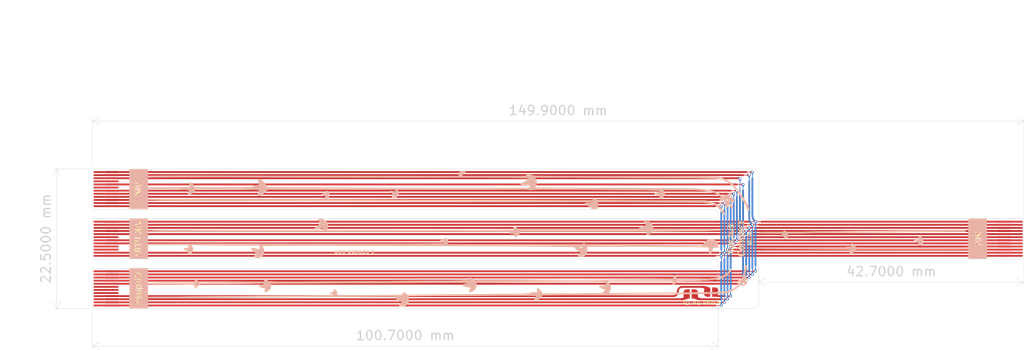
<source format=kicad_pcb>
(kicad_pcb (version 20241229) (generator "pcbnew") (generator_version "9.0")
  (title_block (title "Cactus Connector") (rev "v0.1"))
  (layers (0 "F.Cu" signal) (2 "B.Cu" signal) (13 "F.Paste" user) (15 "B.Paste" user) (5 "F.SilkS" user "F.Silkscreen") (7 "B.SilkS" user "B.Silkscreen") (1 "F.Mask" user) (3 "B.Mask" user) (25 "Edge.Cuts" user))
  (net 0 "")
  (net 2 "/MISO")
  (net 3 "/SS")
  (net 5 "/VDD")
  (net 7 "/GND")
  (net 8 "/SDA")
  (net 9 "/SCL")
  (net 10 "/SCK")
  (net 11 "/MOSI")
  (net 12 "/LED")
  (net 14 "/5V")
  (net 15 "/GPIO2")
  (net 16 "/SS2")
  (net 19 "Net-(J1-Pin_3)")
  (net 20 "Net-(J1-Pin_4)")
  (footprint "fpc:fpc" (layer "F.Cu") (at 80.05 112.9 90)
    (property "Reference" "J1" (hide yes))
    (property "Value" "Corne")
    (fp_line (start 3.25 -2.2) (end -3.25 -2.2) (stroke (width 0.05)) (layer "Edge.Cuts"))
    (fp_line (start 3.25 -2.2) (end 3.25 3.8) (stroke (width 0.05)) (layer "Edge.Cuts"))
    (fp_line (start -3.25 -2.2) (end -3.25 3.8) (stroke (width 0.05)) (layer "Edge.Cuts"))
    (pad "1" smd rect (at -2.75 0 90) (size 0.3 4) (layers "F.Cu" "F.Mask" "F.Paste") (net 5 "/VDD"))
    (pad "2" smd rect (at -2.25 0 90) (size 0.3 4) (layers "F.Cu" "F.Mask" "F.Paste") (net 7 "/GND"))
    (pad "3" smd rect (at -1.75 0 90) (size 0.3 4) (layers "F.Cu" "F.Mask" "F.Paste") (net 19 "Net-(J1-Pin_3)"))
    (pad "4" smd rect (at -1.249999 0 90) (size 0.3 4) (layers "F.Cu" "F.Mask" "F.Paste") (net 20 "Net-(J1-Pin_4)"))
    (pad "5" smd rect (at -0.75 0 90) (size 0.3 4) (layers "F.Cu" "F.Mask" "F.Paste"))
    (pad "6" smd rect (at -0.25 0 90) (size 0.3 4) (layers "F.Cu" "F.Mask" "F.Paste"))
    (pad "7" smd rect (at 0.25 0 90) (size 0.3 4) (layers "F.Cu" "F.Mask" "F.Paste"))
    (pad "8" smd rect (at 0.75 0 90) (size 0.3 4) (layers "F.Cu" "F.Mask" "F.Paste") (net 11 "/MOSI"))
    (pad "9" smd rect (at 1.249999 0 90) (size 0.3 4) (layers "F.Cu" "F.Mask" "F.Paste") (net 15 "/GPIO2"))
    (pad "10" smd rect (at 1.75 0 90) (size 0.3 4) (layers "F.Cu" "F.Mask" "F.Paste") (net 3 "/SS"))
    (pad "11" smd rect (at 2.25 0 90) (size 0.3 4) (layers "F.Cu" "F.Mask" "F.Paste") (net 2 "/MISO"))
    (pad "12" smd rect (at 2.75 0 90) (size 0.3 4) (layers "F.Cu" "F.Mask" "F.Paste") (net 10 "/SCK"))
  )
  (footprint "fpc:fpc" (layer "F.Cu") (at 80.05 104.9 90)
    (property "Reference" "J2" (hide yes))
    (property "Value" "VIK")
    (fp_line (start 3.25 -2.2) (end -3.25 -2.2) (stroke (width 0.05)) (layer "Edge.Cuts"))
    (fp_line (start 3.25 -2.2) (end 3.25 3.8) (stroke (width 0.05)) (layer "Edge.Cuts"))
    (fp_line (start -3.25 -2.2) (end -3.25 3.8) (stroke (width 0.05)) (layer "Edge.Cuts"))
    (pad "1" smd rect (at -2.75 0 90) (size 0.3 4) (layers "F.Cu" "F.Mask" "F.Paste") (net 5 "/VDD"))
    (pad "2" smd rect (at -2.25 0 90) (size 0.3 4) (layers "F.Cu" "F.Mask" "F.Paste") (net 7 "/GND"))
    (pad "3" smd rect (at -1.75 0 90) (size 0.3 4) (layers "F.Cu" "F.Mask" "F.Paste"))
    (pad "4" smd rect (at -1.249999 0 90) (size 0.3 4) (layers "F.Cu" "F.Mask" "F.Paste"))
    (pad "5" smd rect (at -0.75 0 90) (size 0.3 4) (layers "F.Cu" "F.Mask" "F.Paste") (net 12 "/LED"))
    (pad "6" smd rect (at -0.25 0 90) (size 0.3 4) (layers "F.Cu" "F.Mask" "F.Paste") (net 14 "/5V"))
    (pad "7" smd rect (at 0.25 0 90) (size 0.3 4) (layers "F.Cu" "F.Mask" "F.Paste"))
    (pad "8" smd rect (at 0.75 0 90) (size 0.3 4) (layers "F.Cu" "F.Mask" "F.Paste") (net 11 "/MOSI"))
    (pad "9" smd rect (at 1.249999 0 90) (size 0.3 4) (layers "F.Cu" "F.Mask" "F.Paste") (net 15 "/GPIO2"))
    (pad "10" smd rect (at 1.75 0 90) (size 0.3 4) (layers "F.Cu" "F.Mask" "F.Paste") (net 3 "/SS"))
    (pad "11" smd rect (at 2.25 0 90) (size 0.3 4) (layers "F.Cu" "F.Mask" "F.Paste") (net 2 "/MISO"))
    (pad "12" smd rect (at 2.75 0 90) (size 0.3 4) (layers "F.Cu" "F.Mask" "F.Paste") (net 10 "/SCK"))
  )
  (footprint "fpc:fpc" (layer "F.Cu") (at 80.05 96.900001 90)
    (property "Reference" "J3" (hide yes))
    (property "Value" "VIK")
    (fp_line (start 3.25 -2.2) (end -3.25 -2.2) (stroke (width 0.05)) (layer "Edge.Cuts"))
    (fp_line (start 3.25 -2.2) (end 3.25 3.8) (stroke (width 0.05)) (layer "Edge.Cuts"))
    (fp_line (start -3.25 -2.2) (end -3.25 3.8) (stroke (width 0.05)) (layer "Edge.Cuts"))
    (pad "1" smd rect (at -2.75 0 90) (size 0.3 4) (layers "F.Cu" "F.Mask" "F.Paste") (net 5 "/VDD"))
    (pad "2" smd rect (at -2.25 0 90) (size 0.3 4) (layers "F.Cu" "F.Mask" "F.Paste") (net 7 "/GND"))
    (pad "3" smd rect (at -1.75 0 90) (size 0.3 4) (layers "F.Cu" "F.Mask" "F.Paste") (net 8 "/SDA"))
    (pad "4" smd rect (at -1.249999 0 90) (size 0.3 4) (layers "F.Cu" "F.Mask" "F.Paste") (net 9 "/SCL"))
    (pad "5" smd rect (at -0.75 0 90) (size 0.3 4) (layers "F.Cu" "F.Mask" "F.Paste") (net 12 "/LED"))
    (pad "6" smd rect (at -0.25 0 90) (size 0.3 4) (layers "F.Cu" "F.Mask" "F.Paste") (net 14 "/5V"))
    (pad "7" smd rect (at 0.25 0 90) (size 0.3 4) (layers "F.Cu" "F.Mask" "F.Paste"))
    (pad "8" smd rect (at 0.75 0 90) (size 0.3 4) (layers "F.Cu" "F.Mask" "F.Paste") (net 11 "/MOSI"))
    (pad "9" smd rect (at 1.249999 0 90) (size 0.3 4) (layers "F.Cu" "F.Mask" "F.Paste"))
    (pad "10" smd rect (at 1.75 0 90) (size 0.3 4) (layers "F.Cu" "F.Mask" "F.Paste") (net 16 "/SS2"))
    (pad "11" smd rect (at 2.25 0 90) (size 0.3 4) (layers "F.Cu" "F.Mask" "F.Paste") (net 2 "/MISO"))
    (pad "12" smd rect (at 2.75 0 90) (size 0.3 4) (layers "F.Cu" "F.Mask" "F.Paste") (net 10 "/SCK"))
  )
  (footprint "Jumper:SolderJumper-2_P1.3mm_Open_RoundedPad1.0x1.5mm" (layer "F.Cu") (at 174.125 113.800001)
    (property "Reference" "JP2" (hide yes))
    (property "Value" "SolderJumper_2_Open")
    (pad "1" smd custom (at -0.649999 0) (size 1 0.5) (layers "F.Cu" "F.Mask") (net 19 "Net-(J1-Pin_3)") (options (clearance outline) (anchor rect)) (primitives (gr_circle (center 0 0.25) (end 0.5 0.25) (width 0) (fill yes)) (gr_circle (center 0 -0.25) (end 0.5 -0.25) (width 0) (fill yes)) (gr_poly (pts (xy 0.5 0.75) (xy 0 0.75) (xy 0 -0.75) (xy 0.5 -0.75)) (width 0) (fill yes))))
    (pad "2" smd custom (at 0.649999 0) (size 1 0.5) (layers "F.Cu" "F.Mask") (net 8 "/SDA") (options (clearance outline) (anchor rect)) (primitives (gr_circle (center 0 0.25) (end 0.5 0.25) (width 0) (fill yes)) (gr_circle (center 0 -0.25) (end 0.5 -0.25) (width 0) (fill yes)) (gr_poly (pts (xy 0 0.75) (xy -0.5 0.75) (xy -0.5 -0.75) (xy 0 -0.75)) (width 0) (fill yes))))
  )
  (footprint "LOGO" (layer "F.Cu") (at 152.538624 104.73746 90)
    (property "Reference" "G***" (hide yes))
    (property "Value" "LOGO" (hide yes))
  )
  (footprint "fpc:fpc" (layer "F.Cu") (at 225.55 104.9 -90)
    (property "Reference" "J4" (hide yes))
    (property "Value" "VIK")
    (fp_line (start -3.25 -2.2) (end -3.25 3.8) (stroke (width 0.05)) (layer "Edge.Cuts"))
    (fp_line (start 3.25 -2.2) (end 3.25 3.8) (stroke (width 0.05)) (layer "Edge.Cuts"))
    (fp_line (start 3.25 -2.2) (end -3.25 -2.2) (stroke (width 0.05)) (layer "Edge.Cuts"))
    (pad "1" smd rect (at -2.75 0 270) (size 0.3 4) (layers "F.Cu" "F.Mask" "F.Paste") (net 10 "/SCK"))
    (pad "2" smd rect (at -2.25 0 270) (size 0.3 4) (layers "F.Cu" "F.Mask" "F.Paste") (net 2 "/MISO"))
    (pad "3" smd rect (at -1.75 0 270) (size 0.3 4) (layers "F.Cu" "F.Mask" "F.Paste") (net 3 "/SS"))
    (pad "4" smd rect (at -1.249999 0 270) (size 0.3 4) (layers "F.Cu" "F.Mask" "F.Paste") (net 15 "/GPIO2"))
    (pad "5" smd rect (at -0.75 0 270) (size 0.3 4) (layers "F.Cu" "F.Mask" "F.Paste") (net 11 "/MOSI"))
    (pad "6" smd rect (at -0.25 0 270) (size 0.3 4) (layers "F.Cu" "F.Mask" "F.Paste") (net 16 "/SS2"))
    (pad "7" smd rect (at 0.25 0 270) (size 0.3 4) (layers "F.Cu" "F.Mask" "F.Paste") (net 14 "/5V"))
    (pad "8" smd rect (at 0.75 0 270) (size 0.3 4) (layers "F.Cu" "F.Mask" "F.Paste") (net 12 "/LED"))
    (pad "9" smd rect (at 1.249999 0 270) (size 0.3 4) (layers "F.Cu" "F.Mask" "F.Paste") (net 9 "/SCL"))
    (pad "10" smd rect (at 1.75 0 270) (size 0.3 4) (layers "F.Cu" "F.Mask" "F.Paste") (net 8 "/SDA"))
    (pad "11" smd rect (at 2.25 0 270) (size 0.3 4) (layers "F.Cu" "F.Mask" "F.Paste") (net 7 "/GND"))
    (pad "12" smd rect (at 2.75 0 270) (size 0.3 4) (layers "F.Cu" "F.Mask" "F.Paste") (net 5 "/VDD"))
  )
  (footprint "Jumper:SolderJumper-2_P1.3mm_Open_RoundedPad1.0x1.5mm" (layer "F.Cu") (at 177.425 113.5)
    (property "Reference" "JP1" (hide yes))
    (property "Value" "SolderJumper_2_Open")
    (pad "1" smd custom (at -0.649999 0) (size 1 0.5) (layers "F.Cu" "F.Mask") (net 20 "Net-(J1-Pin_4)") (options (clearance outline) (anchor rect)) (primitives (gr_circle (center 0 0.25) (end 0.5 0.25) (width 0) (fill yes)) (gr_circle (center 0 -0.25) (end 0.5 -0.25) (width 0) (fill yes)) (gr_poly (pts (xy 0.5 0.75) (xy 0 0.75) (xy 0 -0.75) (xy 0.5 -0.75)) (width 0) (fill yes))))
    (pad "2" smd custom (at 0.649999 0) (size 1 0.5) (layers "F.Cu" "F.Mask") (net 9 "/SCL") (options (clearance outline) (anchor rect)) (primitives (gr_circle (center 0 0.25) (end 0.5 0.25) (width 0) (fill yes)) (gr_circle (center 0 -0.25) (end 0.5 -0.25) (width 0) (fill yes)) (gr_poly (pts (xy 0 0.75) (xy -0.5 0.75) (xy -0.5 -0.75) (xy 0 -0.75)) (width 0) (fill yes))))
  )
  (gr_arc (start 178.8 114.15) (mid 178.423213 114.138821) (end 178.058371 114.044037) (stroke (width 0.3)) (layer "F.Cu") (net 9))
  (gr_arc (start 172.049999 113.4) (mid 171.83033 113.93033) (end 171.3 114.15) (stroke (width 0.3)) (layer "F.Cu") (net 20))
  (gr_arc (start 173.585049 114.423527) (mid 173.084523 114.614452) (end 172.55 114.65) (stroke (width 0.3)) (layer "F.Cu") (net 19))
  (gr_arc (start 178.8 114.15) (mid 178.26967 113.93033) (end 178.05 113.4) (stroke (width 0.3)) (layer "F.Cu") (net 9))
  (gr_arc (start 175.91724 112.652455) (mid 176.44757 112.872125) (end 176.66724 113.402455) (stroke (width 0.3)) (layer "F.Cu") (net 20))
  (gr_arc (start 175.8 114.65) (mid 175.26967 114.43033) (end 175.05 113.9) (stroke (width 0.3)) (layer "F.Cu") (net 8))
  (gr_arc (start 175.8 114.65) (mid 175.265477 114.614452) (end 174.764951 114.423527) (stroke (width 0.3)) (layer "F.Cu") (net 8))
  (gr_arc (start 173.3 113.9) (mid 173.08033 114.43033) (end 172.55 114.65) (stroke (width 0.3)) (layer "F.Cu") (net 19))
  (gr_arc (start 172.049999 113.4) (mid 172.26967 112.869669) (end 172.8 112.65) (stroke (width 0.3)) (layer "F.Cu") (net 20))
  (gr_arc (start 175.91724 112.652455) (mid 176.451763 112.688003) (end 176.952289 112.878928) (stroke (width 0.3)) (layer "F.Cu") (net 20))
  (gr_arc (start 184.550001 102.149) (mid 184.189706 101.704147) (end 184.05 101.149) (stroke (width 0.3)) (layer "B.Cu") (net 10))
  (gr_arc (start 184.05 102.65) (mid 183.689706 102.205147) (end 183.55 101.65) (stroke (width 0.3)) (layer "B.Cu") (net 2))
  (gr_line (start 83.85 100.15) (end 177.799999 100.15) (stroke (width 0.05)) (layer "Edge.Cuts"))
  (gr_line (start 185.05 115.15) (end 185.05 108.65) (stroke (width 0.05)) (layer "Edge.Cuts"))
  (gr_arc (start 177.799999 100.15) (mid 178.55 100.9) (end 177.8 101.65) (stroke (width 0.05)) (layer "Edge.Cuts"))
  (gr_arc (start 185.05 108.65) (mid 185.196447 108.296447) (end 185.55 108.15) (stroke (width 0.05)) (layer "Edge.Cuts"))
  (gr_line (start 185.05 94.65) (end 185.05 101.149999) (stroke (width 0.05)) (layer "Edge.Cuts"))
  (gr_line (start 185.55 101.65) (end 221.75 101.65) (stroke (width 0.05)) (layer "Edge.Cuts"))
  (gr_line (start 83.85 108.15) (end 177.8 108.15) (stroke (width 0.05)) (layer "Edge.Cuts"))
  (gr_line (start 83.85 116.15) (end 184.050001 116.149998) (stroke (width 0.05)) (layer "Edge.Cuts"))
  (gr_arc (start 185.05 115.15) (mid 184.757107 115.857107) (end 184.050001 116.150001) (stroke (width 0.05)) (layer "Edge.Cuts"))
  (gr_line (start 83.85 93.65) (end 184.05 93.65) (stroke (width 0.05)) (layer "Edge.Cuts"))
  (gr_arc (start 177.8 108.15) (mid 178.55 108.9) (end 177.8 109.65) (stroke (width 0.05)) (layer "Edge.Cuts"))
  (gr_line (start 177.8 101.65) (end 83.85 101.65) (stroke (width 0.05)) (layer "Edge.Cuts"))
  (gr_arc (start 184.05 93.65) (mid 184.757107 93.942894) (end 185.05 94.65) (stroke (width 0.05)) (layer "Edge.Cuts"))
  (gr_arc (start 185.55 101.65) (mid 185.196447 101.503553) (end 185.05 101.149999) (stroke (width 0.05)) (layer "Edge.Cuts"))
  (gr_line (start 185.55 108.15) (end 221.75 108.15) (stroke (width 0.05)) (layer "Edge.Cuts"))
  (gr_line (start 177.8 109.65) (end 83.85 109.65) (stroke (width 0.05)) (layer "Edge.Cuts"))
  (gr_text "solder for i2c" (at 175.8 115.15 180) (layer "F.SilkS") (effects (font (size 0.7 0.7) (thickness 0.1))))
  (gr_text "Cirque*" (at 85.300001 112.9 90) (layer "F.SilkS" knockout) (effects (font (size 1 1) (thickness 0.1))))
  (gr_text "${REVISION}" (at 183.65 104.9 90) (layer "F.SilkS") (effects (font (size 0.7 0.7) (thickness 0.1))))
  (gr_text "* choose one" (at 120 107 180) (layer "F.SilkS") (effects (font (size 0.7 0.7) (thickness 0.1))))
  (gr_text "VIK" (at 85.3 96.9 90) (layer "F.SilkS" knockout) (effects (font (size 1 1) (thickness 0.1))))
  (gr_text "VIK PTR*" (at 85.3 104.9 90) (layer "F.SilkS" knockout) (effects (font (size 1 1) (thickness 0.1))))
  (gr_text "Cactus\nConnect" (at 181.45 104.9 90) (layer "F.SilkS") (effects (font (size 1 1) (thickness 0.1))))
  (gr_text "VIK" (at 220.3 104.9 270) (layer "F.SilkS" knockout) (effects (font (size 1 1) (thickness 0.1))))
  (gr_text "VIK" (at 220.3 104.9 270) (layer "B.SilkS" knockout) (effects (font (size 1 1) (thickness 0.1)) (justify mirror)))
  (gr_text "Cirque*" (at 85.300001 112.9 90) (layer "B.SilkS" knockout) (effects (font (size 1 1) (thickness 0.1)) (justify mirror)))
  (gr_text "Cactus\nConnect" (at 181.45 104.9 90) (layer "B.SilkS") (effects (font (size 1 1) (thickness 0.1)) (justify mirror)))
  (gr_text "VIK" (at 85.3 96.9 90) (layer "B.SilkS" knockout) (effects (font (size 1 1) (thickness 0.1)) (justify mirror)))
  (gr_text "* choose one" (at 120 107 0) (layer "B.SilkS") (effects (font (size 0.7 0.7) (thickness 0.1)) (justify mirror)))
  (gr_text "${REVISION}" (at 183.65 104.9 90) (layer "B.SilkS") (effects (font (size 0.7 0.7) (thickness 0.1)) (justify mirror)))
  (gr_text "VIK PTR*" (at 85.3 104.9 90) (layer "B.SilkS" knockout) (effects (font (size 1 1) (thickness 0.1)) (justify mirror)))
  (dimension (type orthogonal) (layer "Edge.Cuts") (pts (xy 178.55 108.9) (xy 77.85 116.15)) (height 13.3) (orientation 0) (format (prefix "") (suffix "") (units 3) (units_format 1) (precision 4)) (style (thickness 0.05) (arrow_length 1.27) (text_position_mode 0) (arrow_direction outward) (extension_height 0.58642) (extension_offset 0.5) (keep_text_aligned yes)) (gr_text "100.7000 mm" (at 128.2 120.48 0) (layer "Edge.Cuts") (effects (font (size 1.5 1.5) (thickness 0.22)))))
  (dimension (type orthogonal) (layer "Edge.Cuts") (pts (xy 227.75 108.4) (xy 185.05 108.9)) (height 3.5) (orientation 0) (format (prefix "") (suffix "") (units 3) (units_format 1) (precision 4)) (style (thickness 0.05) (arrow_length 1.27) (text_position_mode 0) (arrow_direction outward) (extension_height 0.58642) (extension_offset 0.5) (keep_text_aligned yes)) (gr_text "42.7000 mm" (at 206.4 110.18 0) (layer "Edge.Cuts") (effects (font (size 1.5 1.5) (thickness 0.22)))))
  (dimension (type orthogonal) (layer "Edge.Cuts") (pts (xy 77.85 93.650001) (xy 227.75 101.65)) (height -7.700001) (orientation 0) (format (prefix "") (suffix "") (units 3) (units_format 1) (precision 4)) (style (thickness 0.05) (arrow_length 1.27) (text_position_mode 0) (arrow_direction outward) (extension_height 0.58642) (extension_offset 0.5) (keep_text_aligned yes)) (gr_text "149.9000 mm" (at 152.8 84.23 0) (layer "Edge.Cuts") (effects (font (size 1.5 1.5) (thickness 0.22)))))
  (dimension (type orthogonal) (layer "Edge.Cuts") (pts (xy 77.85 93.650001) (xy 77.85 116.15)) (height -5.75) (orientation 1) (format (prefix "") (suffix "") (units 3) (units_format 1) (precision 4)) (style (thickness 0.05) (arrow_length 1.27) (text_position_mode 0) (arrow_direction outward) (extension_height 0.58642) (extension_offset 0.5) (keep_text_aligned yes)) (gr_text "22.5000 mm" (at 70.38 104.900001 90) (layer "Edge.Cuts") (effects (font (size 1.5 1.5) (thickness 0.22)))))
  (segment (start 183.65 102.65) (end 185.05 102.650001) (width 0.1) (layer "F.Cu") (net 2))
  (segment (start 184.05 110.65) (end 183.05 110.65) (width 0.1) (layer "F.Cu") (net 2))
  (segment (start 80.05 102.650001) (end 178.05 102.65) (width 0.3) (layer "F.Cu") (net 2))
  (segment (start 178.3 102.65) (end 183.65 102.65) (width 0.1) (layer "F.Cu") (net 2))
  (segment (start 182.55 94.65) (end 183.55 94.65) (width 0.1) (layer "F.Cu") (net 2))
  (segment (start 183.05 102.65) (end 178.05 102.65) (width 0.3) (layer "F.Cu") (net 2))
  (segment (start 80.05 94.65) (end 182.55 94.65) (width 0.3) (layer "F.Cu") (net 2))
  (segment (start 184.05 102.65) (end 183.65 102.65) (width 0.1) (layer "F.Cu") (net 2))
  (segment (start 178.3 102.65) (end 186.55 102.65) (width 0.1) (layer "F.Cu") (net 2))
  (segment (start 185.55 102.65) (end 225.55 102.65) (width 0.3) (layer "F.Cu") (net 2))
  (segment (start 185.05 102.650001) (end 185.55 102.65) (width 0.3) (layer "F.Cu") (net 2))
  (segment (start 185.55 102.65) (end 186.55 102.65) (width 0.1) (layer "F.Cu") (net 2))
  (segment (start 80.05 110.65) (end 183.05 110.65) (width 0.3) (layer "F.Cu") (net 2))
  (via (at 184.05 110.65) (size 0.45) (drill 0.25) (layers "F.Cu" "B.Cu") (net 2))
  (via (at 183.55 94.65) (size 0.45) (drill 0.25) (layers "F.Cu" "B.Cu") (net 2))
  (via (at 184.05 102.65) (size 0.45) (drill 0.25) (layers "F.Cu" "B.Cu") (net 2))
  (segment (start 184.05 109.65) (end 184.05 110.65) (width 0.1) (layer "B.Cu") (net 2))
  (segment (start 184.05 109.65) (end 184.05 103.65) (width 0.3) (layer "B.Cu") (net 2))
  (segment (start 183.55 101.65) (end 183.55 95.65) (width 0.3) (layer "B.Cu") (net 2))
  (segment (start 184.05 102.65) (end 184.05 103.65) (width 0.1) (layer "B.Cu") (net 2))
  (segment (start 183.55 100.65) (end 183.55 94.65) (width 0.1) (layer "B.Cu") (net 2))
  (segment (start 183.55 95.65) (end 183.55 94.65) (width 0.1) (layer "B.Cu") (net 2))
  (segment (start 184.05 110.65) (end 184.05 102.65) (width 0.1) (layer "B.Cu") (net 2))
  (segment (start 80.05 103.15) (end 182.55 103.15) (width 0.3) (layer "F.Cu") (net 3))
  (segment (start 183.2 103.149999) (end 184 103.15) (width 0.1) (layer "F.Cu") (net 3))
  (segment (start 184 103.15) (end 184.550001 103.15) (width 0.1) (layer "F.Cu") (net 3))
  (segment (start 185.549999 103.15) (end 186.55 103.15) (width 0.1) (layer "F.Cu") (net 3))
  (segment (start 183.55 103.15) (end 183.2 103.149999) (width 0.1) (layer "F.Cu") (net 3))
  (segment (start 185.549999 103.15) (end 225.55 103.15) (width 0.3) (layer "F.Cu") (net 3))
  (segment (start 178.3 103.15) (end 186.55 103.15) (width 0.1) (layer "F.Cu") (net 3))
  (segment (start 183.55 103.15) (end 184 103.15) (width 0.1) (layer "F.Cu") (net 3))
  (segment (start 178.3 103.15) (end 183.2 103.149999) (width 0.1) (layer "F.Cu") (net 3))
  (segment (start 184.550001 103.15) (end 185.549999 103.15) (width 0.3) (layer "F.Cu") (net 3))
  (segment (start 183.55 111.15) (end 182.55 111.15) (width 0.1) (layer "F.Cu") (net 3))
  (segment (start 80.05 111.15) (end 182.55 111.15) (width 0.3) (layer "F.Cu") (net 3))
  (via (at 183.55 111.15) (size 0.45) (drill 0.25) (layers "F.Cu" "B.Cu") (net 3))
  (via (at 183.55 103.15) (size 0.45) (drill 0.25) (layers "F.Cu" "B.Cu") (net 3))
  (segment (start 183.55 110.15) (end 183.55 111.15) (width 0.1) (layer "B.Cu") (net 3))
  (segment (start 183.55 110.15) (end 183.55 104.15) (width 0.3) (layer "B.Cu") (net 3))
  (segment (start 183.55 103.15) (end 183.55 104.15) (width 0.1) (layer "B.Cu") (net 3))
  (segment (start 183.575 103.125) (end 183.55 103.15) (width 0.1) (layer "B.Cu") (net 3))
  (segment (start 185.55 107.65) (end 225.55 107.65) (width 0.3) (layer "F.Cu") (net 5))
  (segment (start 179.05 115.65) (end 178.05 115.65) (width 0.1) (layer "F.Cu") (net 5))
  (segment (start 180.050001 107.65) (end 185.55 107.65) (width 0.3) (layer "F.Cu") (net 5))
  (segment (start 80.05 107.649999) (end 178.05 107.65) (width 0.3) (layer "F.Cu") (net 5))
  (segment (start 80.05 99.65) (end 178.05 99.65) (width 0.3) (layer "F.Cu") (net 5))
  (segment (start 178.05 107.65) (end 180.050001 107.65) (width 0.1) (layer "F.Cu") (net 5))
  (segment (start 185.55 107.65) (end 186.55 107.65) (width 0.1) (layer "F.Cu") (net 5))
  (segment (start 178.05 99.65) (end 179.05 99.65) (width 0.1) (layer "F.Cu") (net 5))
  (segment (start 178.05 107.65) (end 186.55 107.65) (width 0.1) (layer "F.Cu") (net 5))
  (segment (start 80.05 115.65) (end 178.05 115.65) (width 0.3) (layer "F.Cu") (net 5))
  (via (at 179.05 115.625) (size 0.45) (drill 0.25) (layers "F.Cu" "B.Cu") (net 5))
  (via (at 179.05 99.65) (size 0.45) (drill 0.25) (layers "F.Cu" "B.Cu") (net 5))
  (via (at 179.05 107.65) (size 0.45) (drill 0.25) (layers "F.Cu" "B.Cu") (net 5))
  (segment (start 179.05 114.65) (end 179.05 108.65) (width 0.3) (layer "B.Cu") (net 5))
  (segment (start 179.05 100.65) (end 179.05 99.65) (width 0.1) (layer "B.Cu") (net 5))
  (segment (start 179.05 115.65) (end 179.05 114.65) (width 0.1) (layer "B.Cu") (net 5))
  (segment (start 179.05 106.65) (end 179.05 100.65) (width 0.3) (layer "B.Cu") (net 5))
  (segment (start 179.05 107.65) (end 179.05 108.65) (width 0.1) (layer "B.Cu") (net 5))
  (segment (start 179.05 115.65) (end 179.05 107.65) (width 0.1) (layer "B.Cu") (net 5))
  (segment (start 179.05 107.65) (end 179.05 99.65) (width 0.1) (layer "B.Cu") (net 5))
  (segment (start 179.05 107.65) (end 179.05 106.65) (width 0.1) (layer "B.Cu") (net 5))
  (segment (start 80.05 99.15) (end 178.55 99.15) (width 0.3) (layer "F.Cu") (net 7))
  (segment (start 179.4 107.15) (end 179.475 107.15) (width 0.1) (layer "F.Cu") (net 7))
  (segment (start 80.05 107.15) (end 178.55 107.15) (width 0.3) (layer "F.Cu") (net 7))
  (segment (start 180.55 107.150001) (end 185.549999 107.15) (width 0.3) (layer "F.Cu") (net 7))
  (segment (start 178.3 107.15) (end 180.55 107.150001) (width 0.1) (layer "F.Cu") (net 7))
  (segment (start 185.549999 107.15) (end 225.55 107.15) (width 0.3) (layer "F.Cu") (net 7))
  (segment (start 80.05 115.15) (end 178.55 115.15) (width 0.3) (layer "F.Cu") (net 7))
  (segment (start 179.4 107.15) (end 186.55 107.15) (width 0.1) (layer "F.Cu") (net 7))
  (segment (start 179.55 115.15) (end 178.55 115.15) (width 0.1) (layer "F.Cu") (net 7))
  (segment (start 185.549999 107.15) (end 186.55 107.15) (width 0.1) (layer "F.Cu") (net 7))
  (segment (start 178.3 107.15) (end 179.4 107.15) (width 0.1) (layer "F.Cu") (net 7))
  (segment (start 178.55 99.15) (end 179.55 99.15) (width 0.1) (layer "F.Cu") (net 7))
  (via (at 179.55 99.15) (size 0.45) (drill 0.25) (layers "F.Cu" "B.Cu") (net 7))
  (via (at 179.55 107.15) (size 0.45) (drill 0.25) (layers "F.Cu" "B.Cu") (net 7))
  (via (at 179.55 115.15) (size 0.45) (drill 0.25) (layers "F.Cu" "B.Cu") (net 7))
  (segment (start 179.575 107.125) (end 179.55 107.15) (width 0.1) (layer "B.Cu") (net 7))
  (segment (start 179.575 99.175) (end 179.575 107.125) (width 0.1) (layer "B.Cu") (net 7))
  (segment (start 179.55 99.15) (end 179.575 99.175) (width 0.1) (layer "B.Cu") (net 7))
  (segment (start 179.55 106.15) (end 179.55 107.15) (width 0.1) (layer "B.Cu") (net 7))
  (segment (start 179.55 106.15) (end 179.55 100.15) (width 0.3) (layer "B.Cu") (net 7))
  (segment (start 179.55 114.15) (end 179.55 115.15) (width 0.1) (layer "B.Cu") (net 7))
  (segment (start 179.55 107.15) (end 179.55 108.15) (width 0.1) (layer "B.Cu") (net 7))
  (segment (start 179.55 114.15) (end 179.55 108.15) (width 0.3) (layer "B.Cu") (net 7))
  (segment (start 179.55 100.15) (end 179.55 99.15) (width 0.1) (layer "B.Cu") (net 7))
  (segment (start 179.05 114.65) (end 175.8 114.65) (width 0.3) (layer "F.Cu") (net 8))
  (segment (start 80.05 98.649999) (end 179.05 98.65) (width 0.3) (layer "F.Cu") (net 8))
  (segment (start 181.05 106.65) (end 185.55 106.65) (width 0.3) (layer "F.Cu") (net 8))
  (segment (start 180.05 106.65) (end 188.3 106.65) (width 0.1) (layer "F.Cu") (net 8))
  (segment (start 185.55 106.65) (end 225.55 106.65) (width 0.3) (layer "F.Cu") (net 8))
  (segment (start 179.05 98.65) (end 180.050001 98.65) (width 0.1) (layer "F.Cu") (net 8))
  (segment (start 180.05 114.65) (end 179.05 114.65) (width 0.1) (layer "F.Cu") (net 8))
  (segment (start 185.55 106.65) (end 186.55 106.65) (width 0.1) (layer "F.Cu") (net 8))
  (via (at 180.05 106.65) (size 0.45) (drill 0.25) (layers "F.Cu" "B.Cu") (net 8))
  (via (at 180.050001 98.65) (size 0.45) (drill 0.25) (layers "F.Cu" "B.Cu") (net 8))
  (via (at 180.05 114.65) (size 0.45) (drill 0.25) (layers "F.Cu" "B.Cu") (net 8))
  (segment (start 180.050001 107.65) (end 180.05 106.65) (width 0.1) (layer "B.Cu") (net 8))
  (segment (start 180.050001 98.65) (end 180.05 106.65) (width 0.1) (layer "B.Cu") (net 8))
  (segment (start 180.05 99.65) (end 180.050001 98.65) (width 0.1) (layer "B.Cu") (net 8))
  (segment (start 180.05 106.65) (end 180.05 114.65) (width 0.1) (layer "B.Cu") (net 8))
  (segment (start 180.05 113.65) (end 180.05 114.65) (width 0.1) (layer "B.Cu") (net 8))
  (segment (start 180.05 106.65) (end 180.05 105.65) (width 0.1) (layer "B.Cu") (net 8))
  (segment (start 180.05 113.65) (end 180.050001 107.65) (width 0.3) (layer "B.Cu") (net 8))
  (segment (start 180.05 105.65) (end 180.05 99.65) (width 0.3) (layer "B.Cu") (net 8))
  (segment (start 181.55 106.15) (end 186.55 106.15) (width 0.1) (layer "F.Cu") (net 9))
  (segment (start 80.05 98.15) (end 179.55 98.15) (width 0.3) (layer "F.Cu") (net 9))
  (segment (start 180.55 114.15) (end 179.55 114.15) (width 0.1) (layer "F.Cu") (net 9))
  (segment (start 185.55 106.15) (end 225.55 106.15) (width 0.3) (layer "F.Cu") (net 9))
  (segment (start 180.55 106.15) (end 183.8 106.15) (width 0.1) (layer "F.Cu") (net 9))
  (segment (start 179.55 114.15) (end 178.699999 114.15) (width 0.3) (layer "F.Cu") (net 9))
  (segment (start 179.55 98.15) (end 180.55 98.150001) (width 0.1) (layer "F.Cu") (net 9))
  (segment (start 181.55 106.15) (end 185.55 106.15) (width 0.3) (layer "F.Cu") (net 9))
  (via (at 180.55 106.15) (size 0.45) (drill 0.25) (layers "F.Cu" "B.Cu") (net 9))
  (via (at 180.55 114.15) (size 0.45) (drill 0.25) (layers "F.Cu" "B.Cu") (net 9))
  (via (at 180.55 98.150001) (size 0.45) (drill 0.25) (layers "F.Cu" "B.Cu") (net 9))
  (segment (start 180.55 106.15) (end 180.55 98.150001) (width 0.1) (layer "B.Cu") (net 9))
  (segment (start 180.55 106.15) (end 180.55 107.150001) (width 0.1) (layer "B.Cu") (net 9))
  (segment (start 180.55 114.15) (end 180.55 106.15) (width 0.1) (layer "B.Cu") (net 9))
  (segment (start 180.55 99.15) (end 180.55 98.150001) (width 0.1) (layer "B.Cu") (net 9))
  (segment (start 180.55 113.15) (end 180.55 114.15) (width 0.1) (layer "B.Cu") (net 9))
  (segment (start 180.55 105.15) (end 180.55 99.15) (width 0.3) (layer "B.Cu") (net 9))
  (segment (start 180.55 113.15) (end 180.55 107.150001) (width 0.3) (layer "B.Cu") (net 9))
  (segment (start 180.55 105.15) (end 180.55 106.15) (width 0.1) (layer "B.Cu") (net 9))
  (segment (start 183.05 94.149999) (end 184.05 94.15) (width 0.1) (layer "F.Cu") (net 10))
  (segment (start 183.55 110.15) (end 184.55 110.15) (width 0.1) (layer "F.Cu") (net 10))
  (segment (start 185.55 102.150001) (end 225.55 102.15) (width 0.3) (layer "F.Cu") (net 10))
  (segment (start 80.05 110.149999) (end 183.55 110.15) (width 0.3) (layer "F.Cu") (net 10))
  (segment (start 185.15 102.15) (end 186.55 102.15) (width 0.1) (layer "F.Cu") (net 10))
  (segment (start 185.15 102.15) (end 185.55 102.150001) (width 0.1) (layer "F.Cu") (net 10))
  (segment (start 178.3 102.15) (end 185.15 102.15) (width 0.1) (layer "F.Cu") (net 10))
  (segment (start 80.05 94.15) (end 183.05 94.149999) (width 0.3) (layer "F.Cu") (net 10))
  (segment (start 80.05 102.15) (end 183.55 102.15) (width 0.3) (layer "F.Cu") (net 10))
  (via (at 184.05 94.175) (size 0.45) (drill 0.25) (layers "F.Cu" "B.Cu") (net 10))
  (via (at 184.525 110.149999) (size 0.45) (drill 0.25) (layers "F.Cu" "B.Cu") (net 10))
  (via (at 184.55 102.150001) (size 0.45) (drill 0.25) (layers "F.Cu" "B.Cu") (net 10))
  (segment (start 184.05 101.15) (end 184.05 95.15) (width 0.3) (layer "B.Cu") (net 10))
  (segment (start 184.55 102.150001) (end 184.550001 103.15) (width 0.1) (layer "B.Cu") (net 10))
  (segment (start 184.55 109.15) (end 184.550001 103.15) (width 0.3) (layer "B.Cu") (net 10))
  (segment (start 184.55 109.15) (end 184.55 110.15) (width 0.1) (layer "B.Cu") (net 10))
  (segment (start 184.05 94.15) (end 184.05 100.9) (width 0.1) (layer "B.Cu") (net 10))
  (segment (start 184.55 102.150001) (end 184.55 110.15) (width 0.1) (layer "B.Cu") (net 10))
  (segment (start 80.05 96.149999) (end 181.55 96.15) (width 0.3) (layer "F.Cu") (net 11))
  (segment (start 182.15 104.15) (end 183.05 104.15) (width 0.1) (layer "F.Cu") (net 11))
  (segment (start 181.55 96.15) (end 182.550001 96.15) (width 0.1) (layer "F.Cu") (net 11))
  (segment (start 80.05 112.15) (end 181.55 112.15) (width 0.3) (layer "F.Cu") (net 11))
  (segment (start 185.55 104.15) (end 225.55 104.15) (width 0.3) (layer "F.Cu") (net 11))
  (segment (start 182.55 104.15) (end 183.05 104.15) (width 0.1) (layer "F.Cu") (net 11))
  (segment (start 185.55 104.15) (end 186.55 104.15) (width 0.1) (layer "F.Cu") (net 11))
  (segment (start 178.3 104.15) (end 186.55 104.15) (width 0.1) (layer "F.Cu") (net 11))
  (segment (start 183.05 104.15) (end 183.55 104.15) (width 0.1) (layer "F.Cu") (net 11))
  (segment (start 80.05 104.15) (end 181.55 104.15) (width 0.3) (layer "F.Cu") (net 11))
  (segment (start 178.3 104.15) (end 182.15 104.15) (width 0.1) (layer "F.Cu") (net 11))
  (segment (start 182.55 104.15) (end 182.15 104.15) (width 0.1) (layer "F.Cu") (net 11))
  (segment (start 182.55 112.15) (end 181.55 112.15) (width 0.1) (layer "F.Cu") (net 11))
  (segment (start 183.55 104.15) (end 185.55 104.15) (width 0.3) (layer "F.Cu") (net 11))
  (via (at 182.55 104.15) (size 0.45) (drill 0.25) (layers "F.Cu" "B.Cu") (net 11))
  (via (at 182.55 112.15) (size 0.45) (drill 0.25) (layers "F.Cu" "B.Cu") (net 11))
  (via (at 182.550001 96.15) (size 0.45) (drill 0.25) (layers "F.Cu" "B.Cu") (net 11))
  (segment (start 182.55 104.15) (end 182.55 103.15) (width 0.1) (layer "B.Cu") (net 11))
  (segment (start 182.55 104.15) (end 182.55 105.4) (width 0.1) (layer "B.Cu") (net 11))
  (segment (start 182.55 97.15) (end 182.550001 96.15) (width 0.1) (layer "B.Cu") (net 11))
  (segment (start 182.55 103.15) (end 182.55 97.15) (width 0.3) (layer "B.Cu") (net 11))
  (segment (start 182.55 111.15) (end 182.550001 105.15) (width 0.3) (layer "B.Cu") (net 11))
  (segment (start 182.55 111.15) (end 182.55 112.15) (width 0.1) (layer "B.Cu") (net 11))
  (segment (start 80.05 97.650001) (end 180.05 97.650001) (width 0.3) (layer "F.Cu") (net 12))
  (segment (start 80.05 105.65) (end 180.05 105.65) (width 0.3) (layer "F.Cu") (net 12))
  (segment (start 182.05 105.65) (end 185.55 105.649999) (width 0.3) (layer "F.Cu") (net 12))
  (segment (start 185.55 105.649999) (end 225.55 105.65) (width 0.3) (layer "F.Cu") (net 12))
  (segment (start 180.05 97.650001) (end 181.05 97.650001) (width 0.1) (layer "F.Cu") (net 12))
  (segment (start 178.3 105.65) (end 180.65 105.65) (width 0.1) (layer "F.Cu") (net 12))
  (segment (start 182.05 105.65) (end 181.05 105.65) (width 0.1) (layer "F.Cu") (net 12))
  (segment (start 180.65 105.65) (end 182.05 105.65) (width 0.1) (layer "F.Cu") (net 12))
  (segment (start 178.3 105.65) (end 186.55 105.65) (width 0.1) (layer "F.Cu") (net 12))
  (segment (start 185.55 105.649999) (end 186.55 105.65) (width 0.1) (layer "F.Cu") (net 12))
  (segment (start 181.05 105.65) (end 180.65 105.65) (width 0.1) (layer "F.Cu") (net 12))
  (via (at 181.05 97.650001) (size 0.45) (drill 0.25) (layers "F.Cu" "B.Cu") (net 12))
  (via (at 181.05 105.65) (size 0.45) (drill 0.25) (layers "F.Cu" "B.Cu") (net 12))
  (segment (start 181.05 105.65) (end 181.05 97.650001) (width 0.1) (layer "B.Cu") (net 12))
  (segment (start 181.05 104.65) (end 181.049999 98.65) (width 0.3) (layer "B.Cu") (net 12))
  (segment (start 181.05 104.65) (end 181.05 105.65) (width 0.1) (layer "B.Cu") (net 12))
  (segment (start 181.049999 98.65) (end 181.05 97.650001) (width 0.1) (layer "B.Cu") (net 12))
  (segment (start 185.55 105.15) (end 225.55 105.15) (width 0.3) (layer "F.Cu") (net 14))
  (segment (start 181.55 105.15) (end 181.95 105.149999) (width 0.1) (layer "F.Cu") (net 14))
  (segment (start 80.05 105.149999) (end 180.55 105.15) (width 0.3) (layer "F.Cu") (net 14))
  (segment (start 178.3 105.15) (end 181.199999 105.15) (width 0.1) (layer "F.Cu") (net 14))
  (segment (start 185.55 105.15) (end 186.55 105.15) (width 0.1) (layer "F.Cu") (net 14))
  (segment (start 181.95 105.149999) (end 182.550001 105.15) (width 0.1) (layer "F.Cu") (net 14))
  (segment (start 80.05 97.15) (end 180.55 97.15) (width 0.3) (layer "F.Cu") (net 14))
  (segment (start 182.550001 105.15) (end 185.55 105.15) (width 0.3) (layer "F.Cu") (net 14))
  (segment (start 181.55 105.15) (end 181.199999 105.15) (width 0.1) (layer "F.Cu") (net 14))
  (segment (start 181.199999 105.15) (end 181.95 105.149999) (width 0.1) (layer "F.Cu") (net 14))
  (segment (start 180.55 97.15) (end 181.55 97.15) (width 0.1) (layer "F.Cu") (net 14))
  (segment (start 178.3 105.15) (end 186.55 105.15) (width 0.1) (layer "F.Cu") (net 14))
  (via (at 181.55 105.15) (size 0.45) (drill 0.25) (layers "F.Cu" "B.Cu") (net 14))
  (via (at 181.55 97.15) (size 0.45) (drill 0.25) (layers "F.Cu" "B.Cu") (net 14))
  (segment (start 181.55 98.15) (end 181.55 97.15) (width 0.1) (layer "B.Cu") (net 14))
  (segment (start 181.55 104.15) (end 181.55 98.15) (width 0.3) (layer "B.Cu") (net 14))
  (segment (start 181.55 97.15) (end 181.575 97.175) (width 0.1) (layer "B.Cu") (net 14))
  (segment (start 181.575 97.175) (end 181.575 105.125) (width 0.1) (layer "B.Cu") (net 14))
  (segment (start 181.55 104.15) (end 181.55 105.15) (width 0.1) (layer "B.Cu") (net 14))
  (segment (start 181.575 105.125) (end 181.55 105.15) (width 0.1) (layer "B.Cu") (net 14))
  (segment (start 183.05 111.65) (end 182.05 111.65) (width 0.1) (layer "F.Cu") (net 15))
  (segment (start 183.05 103.65) (end 183.6 103.65) (width 0.1) (layer "F.Cu") (net 15))
  (segment (start 183.6 103.65) (end 184.05 103.65) (width 0.1) (layer "F.Cu") (net 15))
  (segment (start 185.55 103.65) (end 225.55 103.65) (width 0.3) (layer "F.Cu") (net 15))
  (segment (start 182.65 103.65) (end 183.6 103.65) (width 0.1) (layer "F.Cu") (net 15))
  (segment (start 80.05 111.650001) (end 182.05 111.65) (width 0.3) (layer "F.Cu") (net 15))
  (segment (start 178.3 103.65) (end 182.65 103.65) (width 0.1) (layer "F.Cu") (net 15))
  (segment (start 183.05 103.65) (end 182.65 103.65) (width 0.1) (layer "F.Cu") (net 15))
  (segment (start 80.05 103.65) (end 182.05 103.65) (width 0.3) (layer "F.Cu") (net 15))
  (segment (start 184.05 103.65) (end 185.55 103.65) (width 0.3) (layer "F.Cu") (net 15))
  (via (at 183.05 111.65) (size 0.45) (drill 0.25) (layers "F.Cu" "B.Cu") (net 15))
  (via (at 183.05 103.65) (size 0.45) (drill 0.25) (layers "F.Cu" "B.Cu") (net 15))
  (segment (start 183.05 111.65) (end 183.05 103.65) (width 0.1) (layer "B.Cu") (net 15))
  (segment (start 183.05 110.65) (end 183.05 111.65) (width 0.1) (layer "B.Cu") (net 15))
  (segment (start 183.05 110.65) (end 183.05 104.650001) (width 0.3) (layer "B.Cu") (net 15))
  (segment (start 183.05 103.65) (end 183.05 104.650001) (width 0.1) (layer "B.Cu") (net 15))
  (segment (start 185.55 104.650001) (end 225.55 104.65) (width 0.3) (layer "F.Cu") (net 16))
  (segment (start 80.05 95.15) (end 181.55 95.15) (width 0.3) (layer "F.Cu") (net 16))
  (segment (start 182.05 104.65) (end 183.05 104.650001) (width 0.1) (layer "F.Cu") (net 16))
  (segment (start 182.05 95.225) (end 181.95 95.125) (width 0.2) (layer "F.Cu") (net 16))
  (segment (start 181.575 95.125) (end 181.55 95.15) (width 0.2) (layer "F.Cu") (net 16))
  (segment (start 183.05 104.650001) (end 185.55 104.650001) (width 0.3) (layer "F.Cu") (net 16))
  (segment (start 181.95 95.125) (end 181.575 95.125) (width 0.2) (layer "F.Cu") (net 16))
  (via (at 182.05 104.65) (size 0.45) (drill 0.25) (layers "F.Cu" "B.Cu") (net 16))
  (via (at 182.05 95.225) (size 0.45) (drill 0.25) (layers "F.Cu" "B.Cu") (net 16))
  (segment (start 182.05 96.9) (end 182.05 97.65) (width 0.1) (layer "B.Cu") (net 16))
  (segment (start 182.05 103.65) (end 182.05 104.65) (width 0.1) (layer "B.Cu") (net 16))
  (segment (start 182.05 104.65) (end 182.05 96.9) (width 0.1) (layer "B.Cu") (net 16))
  (segment (start 182.05 96.9) (end 182.05 95.225) (width 0.1) (layer "B.Cu") (net 16))
  (segment (start 182.05 103.65) (end 182.05 97.65) (width 0.3) (layer "B.Cu") (net 16))
  (segment (start 80.05 114.65) (end 172.55 114.65) (width 0.3) (layer "F.Cu") (net 19))
  (segment (start 172.797954 112.65) (end 175.85 112.65) (width 0.3) (layer "F.Cu") (net 20))
  (segment (start 80.05 114.150001) (end 171.297955 114.15) (width 0.3) (layer "F.Cu") (net 20))
  (zone (net 0) (net_name "") (layer "F.SilkS") (connect_pads (clearance 0.5)) (min_thickness 0.25) (fill yes (thermal_gap 0.5) (thermal_bridge_width 0.5))
    (polygon (pts (xy 83.8 93.65) (xy 83.8 100.15) (xy 86.8 100.15) (xy 86.8 93.65)))
  )
  (zone (net 0) (net_name "") (layer "F.SilkS") (connect_pads (clearance 0.5)) (min_thickness 0.25) (fill yes (thermal_gap 0.5) (thermal_bridge_width 0.5))
    (polygon (pts (xy 221.8 108.15) (xy 221.8 101.65) (xy 218.8 101.65) (xy 218.8 108.15)))
  )
  (zone (net 0) (net_name "") (layer "F.SilkS") (connect_pads (clearance 0.5)) (min_thickness 0.25) (fill yes (thermal_gap 0.5) (thermal_bridge_width 0.5))
    (polygon (pts (xy 83.799999 109.65) (xy 83.8 116.150001) (xy 86.8 116.15) (xy 86.8 109.65)))
  )
  (zone (net 0) (net_name "") (layer "F.SilkS") (connect_pads (clearance 0.5)) (min_thickness 0.25) (fill yes (thermal_gap 0.5) (thermal_bridge_width 0.5))
    (polygon (pts (xy 83.8 101.65) (xy 83.8 108.15) (xy 86.8 108.15) (xy 86.8 101.65)))
  )
  (zone (net 0) (net_name "") (layer "B.SilkS") (connect_pads (clearance 0.5)) (min_thickness 0.25) (fill yes (thermal_gap 0.5) (thermal_bridge_width 0.5))
    (polygon (pts (xy 83.8 100.15) (xy 83.8 93.65) (xy 86.8 93.65) (xy 86.8 100.15)))
  )
  (zone (net 0) (net_name "") (layer "B.SilkS") (connect_pads (clearance 0.5)) (min_thickness 0.25) (fill yes (thermal_gap 0.5) (thermal_bridge_width 0.5))
    (polygon (pts (xy 83.8 116.150001) (xy 83.799999 109.65) (xy 86.8 109.65) (xy 86.8 116.15)))
  )
  (zone (net 0) (net_name "") (layer "B.SilkS") (connect_pads (clearance 0.5)) (min_thickness 0.25) (fill yes (thermal_gap 0.5) (thermal_bridge_width 0.5))
    (polygon (pts (xy 83.8 108.15) (xy 83.8 101.65) (xy 86.8 101.65) (xy 86.8 108.15)))
  )
  (zone (net 0) (net_name "") (layer "B.SilkS") (connect_pads (clearance 0.5)) (min_thickness 0.25) (fill yes (thermal_gap 0.5) (thermal_bridge_width 0.5))
    (polygon (pts (xy 221.8 101.65) (xy 221.8 108.15) (xy 218.8 108.15) (xy 218.8 101.65)))
  )
)
</source>
